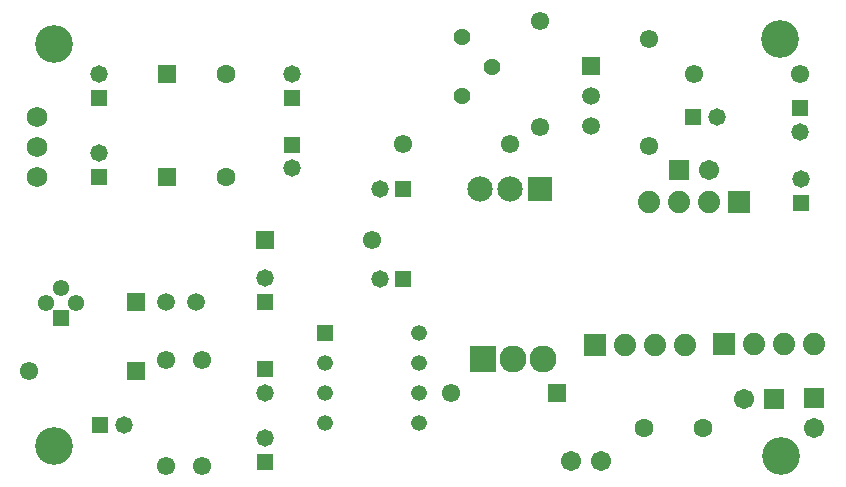
<source format=gbs>
G04*
G04 #@! TF.GenerationSoftware,Altium Limited,Altium Designer,21.2.2 (38)*
G04*
G04 Layer_Color=16711935*
%FSLAX25Y25*%
%MOIN*%
G70*
G04*
G04 #@! TF.SameCoordinates,D283CC76-0160-4898-B3E9-D7649964E2CE*
G04*
G04*
G04 #@! TF.FilePolarity,Negative*
G04*
G01*
G75*
%ADD16C,0.05820*%
%ADD17R,0.05820X0.05820*%
%ADD18C,0.06312*%
%ADD19R,0.06312X0.06312*%
%ADD20C,0.06800*%
%ADD21C,0.05453*%
%ADD22R,0.05453X0.05453*%
%ADD23C,0.05918*%
%ADD24R,0.05918X0.05918*%
%ADD25C,0.06115*%
%ADD26R,0.06115X0.06115*%
%ADD27R,0.05820X0.05820*%
%ADD28C,0.05261*%
%ADD29R,0.05261X0.05261*%
%ADD30C,0.07414*%
%ADD31R,0.07414X0.07414*%
%ADD32R,0.06706X0.06706*%
%ADD33C,0.06706*%
%ADD34R,0.06706X0.06706*%
%ADD35C,0.09009*%
%ADD36R,0.09009X0.09009*%
%ADD37R,0.05918X0.05918*%
%ADD38C,0.05642*%
%ADD39R,0.08418X0.08418*%
%ADD40C,0.08418*%
%ADD41C,0.12611*%
D16*
X458364Y318960D02*
D03*
X458191Y334635D02*
D03*
X289000Y322500D02*
D03*
X288907Y353977D02*
D03*
X224500Y353874D02*
D03*
Y327500D02*
D03*
X232874Y237000D02*
D03*
X280000Y286000D02*
D03*
X318063Y315563D02*
D03*
X318064Y285542D02*
D03*
X280000Y247626D02*
D03*
Y232500D02*
D03*
X430500Y339500D02*
D03*
D17*
X289000Y330374D02*
D03*
X288907Y346103D02*
D03*
X224500Y346000D02*
D03*
Y319626D02*
D03*
X280000Y278126D02*
D03*
Y255500D02*
D03*
Y224626D02*
D03*
X458191Y342509D02*
D03*
X458364Y311086D02*
D03*
D18*
X266843Y319500D02*
D03*
X425843Y236000D02*
D03*
X406157D02*
D03*
X266843Y354000D02*
D03*
D19*
X247158Y319500D02*
D03*
Y354000D02*
D03*
D20*
X204000Y339500D02*
D03*
Y329500D02*
D03*
Y319500D02*
D03*
D21*
X207000Y277500D02*
D03*
X212000Y282500D02*
D03*
X217000Y277500D02*
D03*
D22*
X212000Y272500D02*
D03*
D23*
X257000Y278000D02*
D03*
X247000D02*
D03*
X388500Y336500D02*
D03*
Y346500D02*
D03*
D24*
X237000Y278000D02*
D03*
D25*
X201284Y255000D02*
D03*
X259000Y223284D02*
D03*
Y258717D02*
D03*
X315351Y298708D02*
D03*
X361433Y330500D02*
D03*
X326000D02*
D03*
X341783Y247500D02*
D03*
X247000Y258717D02*
D03*
Y223284D02*
D03*
X407767Y330091D02*
D03*
Y365524D02*
D03*
X371500Y336283D02*
D03*
Y371716D02*
D03*
X458216Y354000D02*
D03*
X422784D02*
D03*
D26*
X236717Y255000D02*
D03*
X279918Y298708D02*
D03*
X377217Y247500D02*
D03*
D27*
X225000Y237000D02*
D03*
X325937Y315563D02*
D03*
X325938Y285542D02*
D03*
X422626Y339500D02*
D03*
D28*
X331126Y267500D02*
D03*
Y257500D02*
D03*
Y247500D02*
D03*
Y237500D02*
D03*
X299874D02*
D03*
Y247500D02*
D03*
Y257500D02*
D03*
D29*
Y267500D02*
D03*
D30*
X420000Y263500D02*
D03*
X410000D02*
D03*
X400000D02*
D03*
X443000Y264000D02*
D03*
X453000D02*
D03*
X463000D02*
D03*
X407863Y311209D02*
D03*
X417863D02*
D03*
X427863D02*
D03*
D31*
X390000Y263500D02*
D03*
X433000Y264000D02*
D03*
X437863Y311209D02*
D03*
D32*
X418000Y322000D02*
D03*
X449500Y245500D02*
D03*
D33*
X428000Y322000D02*
D03*
X392000Y225000D02*
D03*
X382000D02*
D03*
X439500Y245500D02*
D03*
X463000Y236000D02*
D03*
D34*
Y246000D02*
D03*
D35*
X372500Y259000D02*
D03*
X362500D02*
D03*
D36*
X352500D02*
D03*
D37*
X388500Y356500D02*
D03*
D38*
X345493Y346500D02*
D03*
X355473Y356492D02*
D03*
X345493Y366480D02*
D03*
D39*
X371500Y315500D02*
D03*
D40*
X361500D02*
D03*
X351500D02*
D03*
D41*
X451500Y365500D02*
D03*
X452000Y226500D02*
D03*
X209500Y230000D02*
D03*
Y364000D02*
D03*
M02*

</source>
